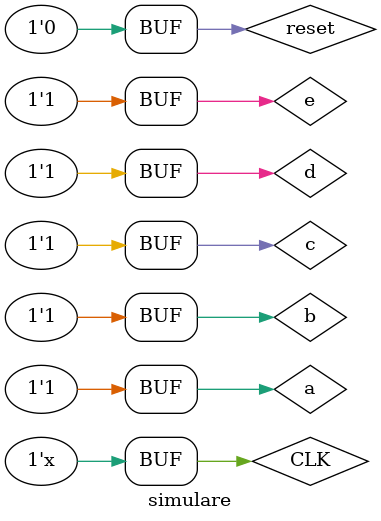
<source format=v>
`timescale 1ns / 1ps

module simulare( );
    reg CLK;
    reg reset, a, b, c, d, e;
    wire out;

    pipeline pipeline1(reset, CLK, a, b, c, d, e, out);
    
    initial begin
        CLK = 1; reset = 0; 
        a = 1; b = 1; c = 1; d = 0; e = 0;
        #60 a = 0; b = 1; c = 1; d = 1; e = 1; 
        #60 a = 1; b = 1; c = 1; d = 1; e = 1;
        end
        
    always
    #30 CLK = ~CLK;
    
endmodule

</source>
